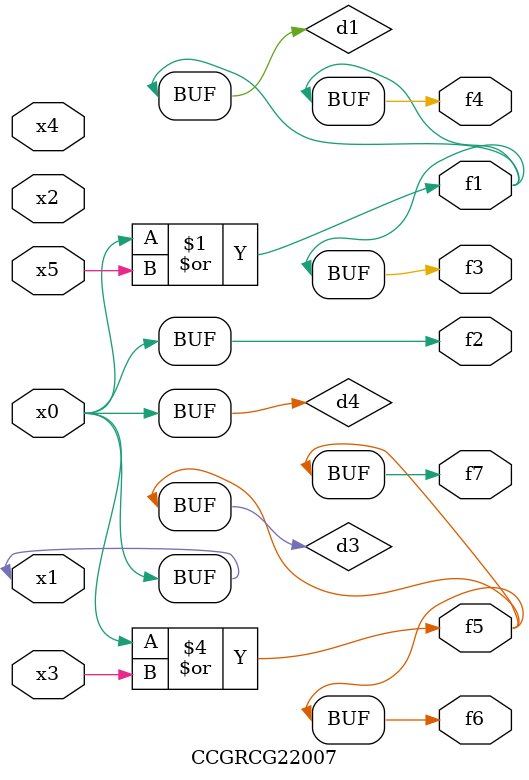
<source format=v>
module CCGRCG22007(
	input x0, x1, x2, x3, x4, x5,
	output f1, f2, f3, f4, f5, f6, f7
);

	wire d1, d2, d3, d4;

	or (d1, x0, x5);
	xnor (d2, x1, x4);
	or (d3, x0, x3);
	buf (d4, x0, x1);
	assign f1 = d1;
	assign f2 = d4;
	assign f3 = d1;
	assign f4 = d1;
	assign f5 = d3;
	assign f6 = d3;
	assign f7 = d3;
endmodule

</source>
